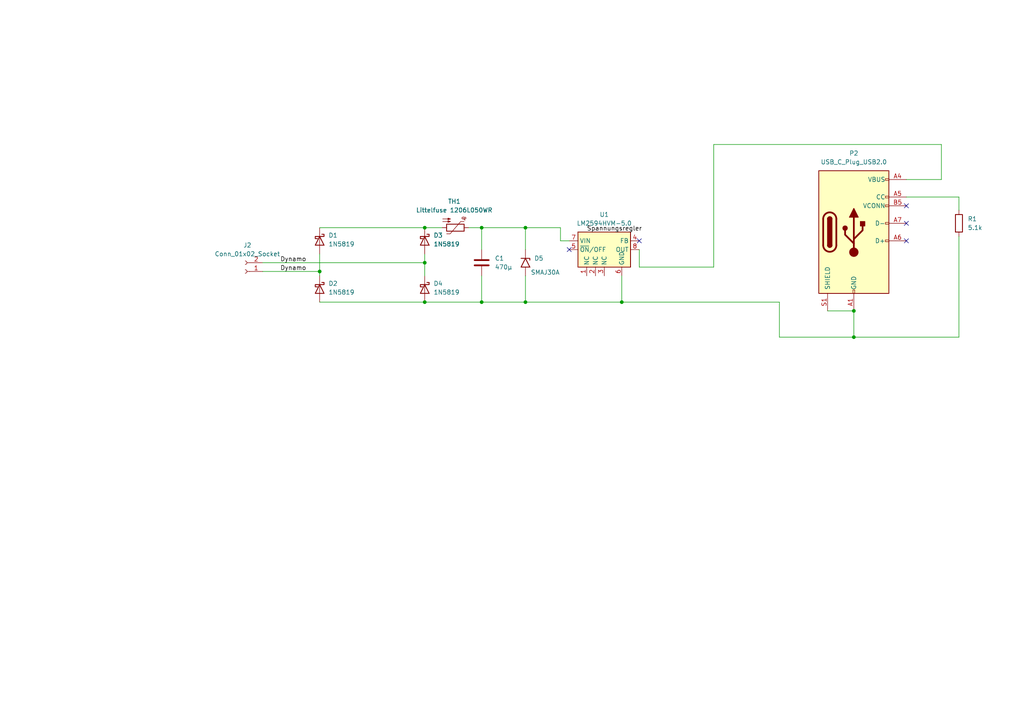
<source format=kicad_sch>
(kicad_sch (version 20250114) (generator "eeschema") (generator_version "9.0")
  (paper "A4")
  (lib_symbols
    (symbol "Connector:Conn_01x02_Socket" (pin_names (offset 1.016) (hide yes))
      (property "Reference" "J" (at 0 2.54 0))
      (property "Value" "Conn_01x02_Socket" (at 0 -5.08 0))
      (symbol "Conn_01x02_Socket_1_1"
        (polyline (pts (xy -1.27 0) (xy -0.508 0)) (stroke (width 0.1524)))
        (polyline (pts (xy -1.27 -2.54) (xy -0.508 -2.54)) (stroke (width 0.1524)))
        (arc (start 0 -0.508) (mid -0.5058 0) (end 0 0.508) (stroke (width 0.1524)))
        (arc (start 0 -3.048) (mid -0.5058 -2.54) (end 0 -2.032) (stroke (width 0.1524)))
        (pin passive line (at -5.08 0 0) (length 3.81) (name "Pin_1") (number "1"))
        (pin passive line (at -5.08 -2.54 0) (length 3.81) (name "Pin_2") (number "2"))
      )
    )
    (symbol "Connector:USB_C_Plug_USB2.0" (pin_names (offset 1.016))
      (property "Reference" "P" (at -10.16 19.05 0))
      (property "Value" "USB_C_Plug_USB2.0" (at 12.7 19.05 0))
      (symbol "USB_C_Plug_USB2.0_0_0"
        (rectangle (start -0.254 -17.78) (end 0.254 -16.764))
        (rectangle (start 10.16 15.494) (end 9.144 14.986))
        (rectangle (start 10.16 10.414) (end 9.144 9.906))
        (rectangle (start 10.16 7.874) (end 9.144 7.366))
        (rectangle (start 10.16 2.794) (end 9.144 2.286))
        (rectangle (start 10.16 -2.286) (end 9.144 -2.794))
      )
      (symbol "USB_C_Plug_USB2.0_0_1"
        (rectangle (start -10.16 17.78) (end 10.16 -17.78) (stroke (width 0.254)) (fill (type background)))
        (polyline (pts (xy -8.89 -3.81) (xy -8.89 3.81)) (stroke (width 0.508)))
        (rectangle (start -7.62 -3.81) (end -6.35 3.81) (stroke (width 0.254)) (fill (type outline)))
        (arc (start -7.62 3.81) (mid -6.985 4.4423) (end -6.35 3.81) (stroke (width 0.254)))
        (arc (start -7.62 3.81) (mid -6.985 4.4423) (end -6.35 3.81) (stroke (width 0.254)) (fill (type outline)))
        (arc (start -8.89 3.81) (mid -6.985 5.7067) (end -5.08 3.81) (stroke (width 0.508)))
        (arc (start -5.08 -3.81) (mid -6.985 -5.7067) (end -8.89 -3.81) (stroke (width 0.508)))
        (arc (start -6.35 -3.81) (mid -6.985 -4.4423) (end -7.62 -3.81) (stroke (width 0.254)))
        (arc (start -6.35 -3.81) (mid -6.985 -4.4423) (end -7.62 -3.81) (stroke (width 0.254)) (fill (type outline)))
        (polyline (pts (xy -5.08 3.81) (xy -5.08 -3.81)) (stroke (width 0.508)))
        (circle (center -2.54 1.143) (radius 0.635) (stroke (width 0.254)) (fill (type outline)))
        (polyline (pts (xy -1.27 4.318) (xy 0 6.858) (xy 1.27 4.318) (xy -1.27 4.318)) (stroke (width 0.254)) (fill (type outline)))
        (polyline (pts (xy 0 -2.032) (xy 2.54 0.508) (xy 2.54 1.778)) (stroke (width 0.508)))
        (polyline (pts (xy 0 -3.302) (xy -2.54 -0.762) (xy -2.54 0.508)) (stroke (width 0.508)))
        (polyline (pts (xy 0 -5.842) (xy 0 4.318)) (stroke (width 0.508)))
        (circle (center 0 -5.842) (radius 1.27) (fill (type outline)))
        (rectangle (start 1.905 1.778) (end 3.175 3.048) (stroke (width 0.254)) (fill (type outline)))
      )
      (symbol "USB_C_Plug_USB2.0_1_1"
        (pin passive line (at -7.62 -22.86 90) (length 5.08) (name "SHIELD") (number "S1"))
        (pin passive line (at 0 -22.86 90) (length 5.08) (name "GND") (number "A1"))
        (pin passive line (at 0 -22.86 90) (length 5.08) (hide yes) (name "GND") (number "A12"))
        (pin passive line (at 0 -22.86 90) (length 5.08) (hide yes) (name "GND") (number "B1"))
        (pin passive line (at 0 -22.86 90) (length 5.08) (hide yes) (name "GND") (number "B12"))
        (pin passive line (at 15.24 15.24 180) (length 5.08) (name "VBUS") (number "A4"))
        (pin passive line (at 15.24 15.24 180) (length 5.08) (hide yes) (name "VBUS") (number "A9"))
        (pin passive line (at 15.24 15.24 180) (length 5.08) (hide yes) (name "VBUS") (number "B4"))
        (pin passive line (at 15.24 15.24 180) (length 5.08) (hide yes) (name "VBUS") (number "B9"))
        (pin bidirectional line (at 15.24 10.16 180) (length 5.08) (name "CC") (number "A5"))
        (pin bidirectional line (at 15.24 7.62 180) (length 5.08) (name "VCONN") (number "B5"))
        (pin bidirectional line (at 15.24 2.54 180) (length 5.08) (name "D-") (number "A7"))
        (pin bidirectional line (at 15.24 -2.54 180) (length 5.08) (name "D+") (number "A6"))
      )
    )
    (symbol "Device:C" (pin_numbers (hide yes)) (pin_names (offset 0.254))
      (property "Reference" "C" (at 0.635 2.54 0))
      (property "Value" "C" (at 0.635 -2.54 0))
      (symbol "C_0_1"
        (polyline (pts (xy -2.032 0.762) (xy 2.032 0.762)) (stroke (width 0.508)))
        (polyline (pts (xy -2.032 -0.762) (xy 2.032 -0.762)) (stroke (width 0.508)))
      )
      (symbol "C_1_1"
        (pin passive line (at 0 3.81 270) (length 2.794) (name "~") (number "1"))
        (pin passive line (at 0 -3.81 90) (length 2.794) (name "~") (number "2"))
      )
    )
    (symbol "Device:R" (pin_numbers (hide yes)) (pin_names (offset 0))
      (property "Reference" "R" (at 2.032 0 90))
      (property "Value" "R" (at 0 0 90))
      (symbol "R_0_1"
        (rectangle (start -1.016 -2.54) (end 1.016 2.54) (stroke (width 0.254)))
      )
      (symbol "R_1_1"
        (pin passive line (at 0 3.81 270) (length 1.27) (name "~") (number "1"))
        (pin passive line (at 0 -3.81 90) (length 1.27) (name "~") (number "2"))
      )
    )
    (symbol "Device:Thermistor_PTC" (pin_numbers (hide yes)) (pin_names (offset 0))
      (property "Reference" "TH" (at -4.064 0 90))
      (property "Value" "Thermistor_PTC" (at 3.048 0 90))
      (symbol "Thermistor_PTC_0_1"
        (arc (start -3.175 2.413) (mid -3.0506 2.3165) (end -3.048 2.159))
        (arc (start -3.048 2.794) (mid -2.9736 2.9736) (end -2.794 3.048))
        (arc (start -2.794 3.048) (mid -2.6144 2.9736) (end -2.54 2.794))
        (arc (start -2.794 2.54) (mid -2.9736 2.6144) (end -3.048 2.794))
        (arc (start -2.794 1.905) (mid -2.9736 1.9794) (end -3.048 2.159))
        (arc (start -2.54 2.159) (mid -2.6144 1.9794) (end -2.794 1.905))
        (arc (start -2.159 2.794) (mid -2.434 2.5608) (end -2.794 2.54))
        (polyline (pts (xy -2.54 2.159) (xy -2.54 2.794)))
        (polyline (pts (xy -2.54 -3.683) (xy -2.54 -1.397) (xy -2.794 -2.159) (xy -2.286 -2.159) (xy -2.54 -1.397) (xy -2.54 -1.651)) (fill (type outline)))
        (polyline (pts (xy -1.778 2.54) (xy -1.778 1.524) (xy 1.778 -1.524) (xy 1.778 -2.54)))
        (polyline (pts (xy -1.778 -3.683) (xy -1.778 -1.397) (xy -2.032 -2.159) (xy -1.524 -2.159) (xy -1.778 -1.397) (xy -1.778 -1.651)) (fill (type outline)))
        (rectangle (start -1.016 2.54) (end 1.016 -2.54) (stroke (width 0.254)))
      )
      (symbol "Thermistor_PTC_1_1"
        (pin passive line (at 0 3.81 270) (length 1.27) (name "~") (number "1"))
        (pin passive line (at 0 -3.81 90) (length 1.27) (name "~") (number "2"))
      )
    )
    (symbol "Diode:1N5819" (pin_numbers (hide yes)) (pin_names (offset 1.016) (hide yes))
      (property "Reference" "D" (at 0 2.54 0))
      (property "Value" "1N5819" (at 0 -2.54 0))
      (symbol "1N5819_0_1"
        (polyline (pts (xy -1.905 0.635) (xy -1.905 1.27) (xy -1.27 1.27) (xy -1.27 -1.27) (xy -0.635 -1.27) (xy -0.635 -0.635)) (stroke (width 0.254)))
        (polyline (pts (xy 1.27 1.27) (xy 1.27 -1.27) (xy -1.27 0) (xy 1.27 1.27)) (stroke (width 0.254)))
        (polyline (pts (xy 1.27 0) (xy -1.27 0)))
      )
      (symbol "1N5819_1_1"
        (pin passive line (at -3.81 0 0) (length 2.54) (name "K") (number "1"))
        (pin passive line (at 3.81 0 180) (length 2.54) (name "A") (number "2"))
      )
    )
    (symbol "Diode:SMAJ30A" (pin_numbers (hide yes)) (pin_names (offset 1.016) (hide yes))
      (property "Reference" "D" (at 0 2.54 0))
      (property "Value" "SMAJ30A" (at 0 -2.54 0))
      (symbol "SMAJ30A_0_1"
        (polyline (pts (xy -0.762 1.27) (xy -1.27 1.27) (xy -1.27 -1.27)) (stroke (width 0.254)))
        (polyline (pts (xy 1.27 1.27) (xy 1.27 -1.27) (xy -1.27 0) (xy 1.27 1.27)) (stroke (width 0.254)))
      )
      (symbol "SMAJ30A_1_1"
        (pin passive line (at -3.81 0 0) (length 2.54) (name "A1") (number "1"))
        (pin passive line (at 3.81 0 180) (length 2.54) (name "A2") (number "2"))
      )
    )
    (symbol "Regulator_Switching:LM2594HVM-5.0"
      (property "Reference" "U" (at -7.62 6.35 0))
      (property "Value" "LM2594HVM-5.0" (at 0 6.35 0))
      (symbol "LM2594HVM-5.0_0_1"
        (rectangle (start -7.62 5.08) (end 7.62 -5.08) (stroke (width 0.254)) (fill (type background)))
      )
      (symbol "LM2594HVM-5.0_1_1"
        (pin power_in line (at -10.16 2.54 0) (length 2.54) (name "VIN") (number "7"))
        (pin input line (at -10.16 0 0) (length 2.54) (name "~{ON}/OFF") (number "5"))
        (pin passive line (at -5.08 -7.62 90) (length 2.54) (name "NC") (number "1"))
        (pin passive line (at -2.54 -7.62 90) (length 2.54) (name "NC") (number "2"))
        (pin passive line (at 0 -7.62 90) (length 2.54) (name "NC") (number "3"))
        (pin power_in line (at 5.08 -7.62 90) (length 2.54) (name "GND") (number "6"))
        (pin input line (at 10.16 2.54 180) (length 2.54) (name "FB") (number "4"))
        (pin output line (at 10.16 0 180) (length 2.54) (name "OUT") (number "8"))
      )
    )
  )
  (junction (at 247.65 97.79))
  (junction (at 92.71 78.74))
  (junction (at 247.65 90.17))
  (junction (at 123.19 66.04))
  (junction (at 180.34 87.63))
  (junction (at 123.19 87.63))
  (junction (at 123.19 76.2))
  (junction (at 152.4 66.04))
  (junction (at 139.7 87.63))
  (junction (at 152.4 87.63))
  (junction (at 139.7 66.04))
  (no_connect (at 262.89 59.69))
  (no_connect (at 165.1 72.39))
  (no_connect (at 262.89 64.77))
  (no_connect (at 185.42 69.85))
  (no_connect (at 262.89 69.85))
  (wire (pts (xy 123.19 87.63) (xy 139.7 87.63)))
  (wire (pts (xy 123.19 73.66) (xy 123.19 76.2)))
  (wire (pts (xy 247.65 97.79) (xy 226.06 97.79)))
  (wire (pts (xy 180.34 80.01) (xy 180.34 87.63)))
  (wire (pts (xy 226.06 87.63) (xy 226.06 97.79)))
  (wire (pts (xy 92.71 66.04) (xy 123.19 66.04)))
  (wire (pts (xy 135.89 66.04) (xy 139.7 66.04)))
  (wire (pts (xy 92.71 73.66) (xy 92.71 78.74)))
  (wire (pts (xy 152.4 66.04) (xy 162.56 66.04)))
  (wire (pts (xy 139.7 80.01) (xy 139.7 87.63)))
  (wire (pts (xy 240.03 90.17) (xy 247.65 90.17)))
  (wire (pts (xy 207.01 77.47) (xy 207.01 41.91)))
  (wire (pts (xy 123.19 76.2) (xy 123.19 80.01)))
  (wire (pts (xy 262.89 52.07) (xy 273.05 52.07)))
  (wire (pts (xy 123.19 66.04) (xy 128.27 66.04)))
  (wire (pts (xy 185.42 77.47) (xy 207.01 77.47)))
  (wire (pts (xy 76.2 78.74) (xy 92.71 78.74)))
  (wire (pts (xy 92.71 78.74) (xy 92.71 80.01)))
  (wire (pts (xy 139.7 66.04) (xy 139.7 72.39)))
  (wire (pts (xy 247.65 90.17) (xy 247.65 97.79)))
  (wire (pts (xy 278.13 97.79) (xy 247.65 97.79)))
  (wire (pts (xy 162.56 69.85) (xy 165.1 69.85)))
  (wire (pts (xy 180.34 87.63) (xy 226.06 87.63)))
  (wire (pts (xy 152.4 66.04) (xy 152.4 72.39)))
  (wire (pts (xy 152.4 87.63) (xy 180.34 87.63)))
  (wire (pts (xy 92.71 87.63) (xy 123.19 87.63)))
  (wire (pts (xy 278.13 57.15) (xy 278.13 60.96)))
  (wire (pts (xy 207.01 41.91) (xy 273.05 41.91)))
  (wire (pts (xy 162.56 66.04) (xy 162.56 69.85)))
  (wire (pts (xy 139.7 66.04) (xy 152.4 66.04)))
  (wire (pts (xy 273.05 41.91) (xy 273.05 52.07)))
  (wire (pts (xy 185.42 72.39) (xy 185.42 77.47)))
  (wire (pts (xy 278.13 68.58) (xy 278.13 97.79)))
  (wire (pts (xy 76.2 76.2) (xy 123.19 76.2)))
  (wire (pts (xy 152.4 80.01) (xy 152.4 87.63)))
  (wire (pts (xy 139.7 87.63) (xy 152.4 87.63)))
  (wire (pts (xy 262.89 57.15) (xy 278.13 57.15)))
  (label "Dynamo" (at 81.28 76.2 0))
  (label "Spannungsregler" (at 170.18 67.31 0))
  (label "Dynamo" (at 81.28 78.74 0))
  (symbol (lib_id "Device:Thermistor_PTC") (at 132.08 66.04 270) (unit 1)
    (property "Reference" "TH1" (at 131.7625 58.42 90))
    (property "Value" "Littelfuse 1206L050WR" (at 131.7625 60.96 90))
    (property "Footprint" "Resistor_SMD:R_1206_3216Metric" (effects (hide yes)))
    (property "Description" "Temperature dependent resistor, positive temperature coefficient" (effects (hide yes)))
  )
  (symbol (lib_id "Diode:1N5819") (at 92.71 69.85 270) (unit 1)
    (property "Reference" "D1" (at 95.25 68.2624 90) (effects (justify left)))
    (property "Value" "1N5819" (at 95.25 70.8024 90) (effects (justify left)))
    (property "Footprint" "Diode_SMD:D_SOD-123" (effects (hide yes)))
  )
  (symbol (lib_id "Device:R") (at 278.13 64.77 0) (unit 1)
    (property "Reference" "R1" (at 280.67 63.4999 0) (effects (justify left)))
    (property "Value" "5.1k" (at 280.67 66.0399 0) (effects (justify left)))
    (property "Footprint" "Resistor_SMD:R_1206_3216Metric" (effects (hide yes)))
    (property "Description" "Resistor" (effects (hide yes)))
  )
  (symbol (lib_id "Diode:SMAJ30A") (at 152.4 76.2 270) (unit 1)
    (property "Reference" "D5" (at 154.94 74.9299 90) (effects (justify left)))
    (property "Value" "SMAJ30A" (at 153.924 78.994 90) (effects (justify left)))
    (property "Footprint" "Diode_SMD:D_SMA" (effects (hide yes)))
    (property "Datasheet" "https://www.littelfuse.com/media?resourcetype=datasheets&itemid=75e32973-b177-4ee3-a0ff-cedaf1abdb93&filename=smaj-datasheet" (effects (hide yes)))
    (property "Description" "400W unidirectional Transient Voltage Suppressor, 30.0Vr, SMA(DO-214AC)" (effects (hide yes)))
  )
  (symbol (lib_id "Connector:Conn_01x02_Socket") (at 71.12 78.74 180) (unit 1)
    (property "Reference" "J2" (at 71.755 71.12 0))
    (property "Value" "Conn_01x02_Socket" (at 71.755 73.66 0))
    (property "Footprint" "Connector_PinHeader_2.54mm:PinHeader_1x02_P2.54mm_Horizontal" (effects (hide yes)))
    (property "Description" "Generic connector, single row, 01x02, script generated" (effects (hide yes)))
  )
  (symbol (lib_id "Regulator_Switching:LM2594HVM-5.0") (at 175.26 72.39 0) (unit 1)
    (property "Reference" "U1" (at 175.26 62.23 0))
    (property "Value" "LM2594HVM-5.0" (at 175.26 64.77 0))
    (property "Footprint" "Package_SO:SOIC-8_3.9x4.9mm_P1.27mm" (effects (hide yes)))
    (property "Datasheet" "http://www.ti.com/lit/ds/symlink/lm2594.pdf" (effects (hide yes)))
    (property "Description" "5.0V, 0.5A SIMPLE SWITCHER® Step-Down Voltage Regulator, Maximum VIN 60V, SOIC-8" (effects (hide yes)))
  )
  (symbol (lib_id "Diode:1N5819") (at 123.19 69.85 270) (unit 1)
    (property "Reference" "D3" (at 125.73 68.2624 90) (effects (justify left)))
    (property "Value" "1N5819" (at 125.73 70.8024 90) (effects (justify left)))
    (property "Footprint" "Diode_SMD:D_SOD-123" (effects (hide yes)))
  )
  (symbol (lib_id "Connector:USB_C_Plug_USB2.0") (at 247.65 67.31 0) (unit 1)
    (property "Reference" "P2" (at 247.65 44.45 0))
    (property "Value" "USB_C_Plug_USB2.0" (at 247.65 46.99 0))
    (property "Footprint" "Connector_USB:USB_C_Receptacle_Amphenol_124019772112A" (effects (hide yes)))
    (property "Datasheet" "https://www.usb.org/sites/default/files/documents/usb_type-c.zip" (effects (hide yes)))
    (property "Description" "USB 2.0-only Type-C Plug connector" (effects (hide yes)))
  )
  (symbol (lib_id "Device:C") (at 139.7 76.2 0) (unit 1)
    (property "Reference" "C1" (at 143.51 74.9299 0) (effects (justify left)))
    (property "Value" "470µ" (at 143.51 77.4699 0) (effects (justify left)))
    (property "Footprint" "Capacitor_SMD:CP_Elec_10x10.5" (effects (hide yes)))
    (property "Description" "Unpolarized capacitor" (effects (hide yes)))
  )
  (symbol (lib_id "Diode:1N5819") (at 123.19 83.82 270) (unit 1)
    (property "Reference" "D4" (at 125.73 82.2324 90) (effects (justify left)))
    (property "Value" "1N5819" (at 125.73 84.7724 90) (effects (justify left)))
    (property "Footprint" "Diode_SMD:D_SOD-123" (effects (hide yes)))
  )
  (symbol (lib_id "Diode:1N5819") (at 92.71 83.82 270) (unit 1)
    (property "Reference" "D2" (at 95.25 82.2324 90) (effects (justify left)))
    (property "Value" "1N5819" (at 95.25 84.7724 90) (effects (justify left)))
    (property "Footprint" "Diode_SMD:D_SOD-123" (effects (hide yes)))
  )
)
</source>
